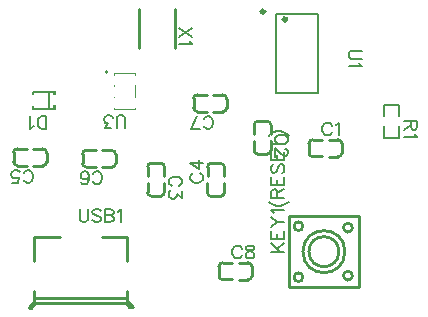
<source format=gto>
G04 Layer: TopSilkscreenLayer*
G04 EasyEDA v6.5.40, 2024-08-11 13:34:47*
G04 cb6e2e9fbd21486d88ae5690d2d3dc00,10*
G04 Gerber Generator version 0.2*
G04 Scale: 100 percent, Rotated: No, Reflected: No *
G04 Dimensions in millimeters *
G04 leading zeros omitted , absolute positions ,4 integer and 5 decimal *
%FSLAX45Y45*%
%MOMM*%

%ADD10C,0.1524*%
%ADD11C,0.2540*%
%ADD12C,0.1520*%
%ADD13C,0.1000*%
%ADD14C,0.3000*%
%ADD15C,0.0170*%

%LPD*%
D10*
X3480815Y12700D02*
G01*
X3402838Y12700D01*
X3387343Y7620D01*
X3376929Y-2794D01*
X3371850Y-18542D01*
X3371850Y-28955D01*
X3376929Y-44450D01*
X3387343Y-54863D01*
X3402838Y-59944D01*
X3480815Y-59944D01*
X3459988Y-94234D02*
G01*
X3465322Y-104647D01*
X3480815Y-120395D01*
X3371850Y-120395D01*
X3227577Y-621792D02*
G01*
X3222243Y-611378D01*
X3211829Y-600963D01*
X3201670Y-595884D01*
X3180841Y-595884D01*
X3170427Y-600963D01*
X3160013Y-611378D01*
X3154679Y-621792D01*
X3149600Y-637539D01*
X3149600Y-663447D01*
X3154679Y-678942D01*
X3160013Y-689355D01*
X3170427Y-699770D01*
X3180841Y-704850D01*
X3201670Y-704850D01*
X3211829Y-699770D01*
X3222243Y-689355D01*
X3227577Y-678942D01*
X3261868Y-616712D02*
G01*
X3272281Y-611378D01*
X3287775Y-595884D01*
X3287775Y-704850D01*
X2832608Y-776478D02*
G01*
X2843022Y-771144D01*
X2853436Y-760729D01*
X2858515Y-750570D01*
X2858515Y-729742D01*
X2853436Y-719328D01*
X2843022Y-708913D01*
X2832608Y-703579D01*
X2816859Y-698500D01*
X2790952Y-698500D01*
X2775458Y-703579D01*
X2765043Y-708913D01*
X2754629Y-719328D01*
X2749550Y-729742D01*
X2749550Y-750570D01*
X2754629Y-760729D01*
X2765043Y-771144D01*
X2775458Y-776478D01*
X2832608Y-815847D02*
G01*
X2837688Y-815847D01*
X2848102Y-821181D01*
X2853436Y-826262D01*
X2858515Y-836676D01*
X2858515Y-857504D01*
X2853436Y-867918D01*
X2848102Y-872997D01*
X2837688Y-878331D01*
X2827274Y-878331D01*
X2816859Y-872997D01*
X2801365Y-862584D01*
X2749550Y-810768D01*
X2749550Y-883412D01*
X1930908Y-1132078D02*
G01*
X1941322Y-1126744D01*
X1951736Y-1116329D01*
X1956815Y-1106170D01*
X1956815Y-1085342D01*
X1951736Y-1074928D01*
X1941322Y-1064513D01*
X1930908Y-1059179D01*
X1915160Y-1054100D01*
X1889252Y-1054100D01*
X1873757Y-1059179D01*
X1863344Y-1064513D01*
X1852929Y-1074928D01*
X1847850Y-1085342D01*
X1847850Y-1106170D01*
X1852929Y-1116329D01*
X1863344Y-1126744D01*
X1873757Y-1132078D01*
X1956815Y-1176781D02*
G01*
X1956815Y-1233931D01*
X1915160Y-1202689D01*
X1915160Y-1218184D01*
X1910079Y-1228597D01*
X1905000Y-1233931D01*
X1889252Y-1239012D01*
X1878837Y-1239012D01*
X1863344Y-1233931D01*
X1852929Y-1223518D01*
X1847850Y-1207770D01*
X1847850Y-1192276D01*
X1852929Y-1176781D01*
X1858010Y-1171447D01*
X1868423Y-1166368D01*
X2056891Y-1026921D02*
G01*
X2046477Y-1032255D01*
X2036063Y-1042670D01*
X2030984Y-1052829D01*
X2030984Y-1073657D01*
X2036063Y-1084071D01*
X2046477Y-1094486D01*
X2056891Y-1099820D01*
X2072640Y-1104900D01*
X2098547Y-1104900D01*
X2114041Y-1099820D01*
X2124456Y-1094486D01*
X2134870Y-1084071D01*
X2139950Y-1073657D01*
X2139950Y-1052829D01*
X2134870Y-1042670D01*
X2124456Y-1032255D01*
X2114041Y-1026921D01*
X2030984Y-940815D02*
G01*
X2103627Y-992631D01*
X2103627Y-914654D01*
X2030984Y-940815D02*
G01*
X2139950Y-940815D01*
X620521Y-1080007D02*
G01*
X625855Y-1090421D01*
X636270Y-1100836D01*
X646429Y-1105915D01*
X667257Y-1105915D01*
X677671Y-1100836D01*
X688086Y-1090421D01*
X693420Y-1080007D01*
X698500Y-1064260D01*
X698500Y-1038352D01*
X693420Y-1022857D01*
X688086Y-1012444D01*
X677671Y-1002029D01*
X667257Y-996950D01*
X646429Y-996950D01*
X636270Y-1002029D01*
X625855Y-1012444D01*
X620521Y-1022857D01*
X524002Y-1105915D02*
G01*
X575818Y-1105915D01*
X581152Y-1059179D01*
X575818Y-1064260D01*
X560323Y-1069594D01*
X544829Y-1069594D01*
X529081Y-1064260D01*
X518668Y-1054100D01*
X513587Y-1038352D01*
X513587Y-1027937D01*
X518668Y-1012444D01*
X529081Y-1002029D01*
X544829Y-996950D01*
X560323Y-996950D01*
X575818Y-1002029D01*
X581152Y-1007110D01*
X586231Y-1017523D01*
X1204721Y-1092707D02*
G01*
X1210055Y-1103121D01*
X1220470Y-1113536D01*
X1230629Y-1118615D01*
X1251457Y-1118615D01*
X1261871Y-1113536D01*
X1272286Y-1103121D01*
X1277620Y-1092707D01*
X1282700Y-1076960D01*
X1282700Y-1051052D01*
X1277620Y-1035557D01*
X1272286Y-1025144D01*
X1261871Y-1014729D01*
X1251457Y-1009650D01*
X1230629Y-1009650D01*
X1220470Y-1014729D01*
X1210055Y-1025144D01*
X1204721Y-1035557D01*
X1108202Y-1103121D02*
G01*
X1113281Y-1113536D01*
X1129029Y-1118615D01*
X1139189Y-1118615D01*
X1154937Y-1113536D01*
X1165352Y-1097787D01*
X1170431Y-1071879D01*
X1170431Y-1045971D01*
X1165352Y-1025144D01*
X1154937Y-1014729D01*
X1139189Y-1009650D01*
X1134110Y-1009650D01*
X1118615Y-1014729D01*
X1108202Y-1025144D01*
X1102868Y-1040637D01*
X1102868Y-1045971D01*
X1108202Y-1061465D01*
X1118615Y-1071879D01*
X1134110Y-1076960D01*
X1139189Y-1076960D01*
X1154937Y-1071879D01*
X1165352Y-1061465D01*
X1170431Y-1045971D01*
X2144522Y-622807D02*
G01*
X2149856Y-633221D01*
X2160270Y-643636D01*
X2170429Y-648715D01*
X2191258Y-648715D01*
X2201672Y-643636D01*
X2212086Y-633221D01*
X2217420Y-622807D01*
X2222500Y-607060D01*
X2222500Y-581152D01*
X2217420Y-565657D01*
X2212086Y-555244D01*
X2201672Y-544829D01*
X2191258Y-539750D01*
X2170429Y-539750D01*
X2160270Y-544829D01*
X2149856Y-555244D01*
X2144522Y-565657D01*
X2037588Y-648715D02*
G01*
X2089404Y-539750D01*
X2110231Y-648715D02*
G01*
X2037588Y-648715D01*
X810298Y-648715D02*
G01*
X810298Y-539750D01*
X810298Y-648715D02*
G01*
X773976Y-648715D01*
X758228Y-643636D01*
X748068Y-633221D01*
X742734Y-622807D01*
X737654Y-607060D01*
X737654Y-581152D01*
X742734Y-565657D01*
X748068Y-555244D01*
X758228Y-544829D01*
X773976Y-539750D01*
X810298Y-539750D01*
X703364Y-627887D02*
G01*
X692950Y-633221D01*
X677202Y-648715D01*
X677202Y-539750D01*
X1479588Y-642391D02*
G01*
X1479588Y-564413D01*
X1474508Y-548919D01*
X1464094Y-538505D01*
X1448346Y-533425D01*
X1437932Y-533425D01*
X1422438Y-538505D01*
X1412024Y-548919D01*
X1406944Y-564413D01*
X1406944Y-642391D01*
X1362240Y-642391D02*
G01*
X1305090Y-642391D01*
X1336078Y-600735D01*
X1320584Y-600735D01*
X1310170Y-595655D01*
X1305090Y-590575D01*
X1299756Y-574827D01*
X1299756Y-564413D01*
X1305090Y-548919D01*
X1315504Y-538505D01*
X1330998Y-533425D01*
X1346492Y-533425D01*
X1362240Y-538505D01*
X1367320Y-543585D01*
X1372654Y-553999D01*
X2045715Y203200D02*
G01*
X1936750Y130555D01*
X2045715Y130555D02*
G01*
X1936750Y203200D01*
X2024888Y96265D02*
G01*
X2030222Y85852D01*
X2045715Y70104D01*
X1936750Y70104D01*
X2716771Y-1689112D02*
G01*
X2825737Y-1689112D01*
X2716771Y-1616468D02*
G01*
X2789415Y-1689112D01*
X2763507Y-1663204D02*
G01*
X2825737Y-1616468D01*
X2716771Y-1582178D02*
G01*
X2825737Y-1582178D01*
X2716771Y-1582178D02*
G01*
X2716771Y-1514614D01*
X2768587Y-1582178D02*
G01*
X2768587Y-1540522D01*
X2825737Y-1582178D02*
G01*
X2825737Y-1514614D01*
X2716771Y-1480324D02*
G01*
X2768587Y-1438668D01*
X2825737Y-1438668D01*
X2716771Y-1397012D02*
G01*
X2768587Y-1438668D01*
X2737599Y-1362722D02*
G01*
X2732265Y-1352562D01*
X2716771Y-1336814D01*
X2825737Y-1336814D01*
X2695943Y-1266202D02*
G01*
X2706357Y-1276616D01*
X2721851Y-1287030D01*
X2742679Y-1297444D01*
X2768587Y-1302524D01*
X2789415Y-1302524D01*
X2815577Y-1297444D01*
X2836151Y-1287030D01*
X2851899Y-1276616D01*
X2862313Y-1266202D01*
X2716771Y-1231912D02*
G01*
X2825737Y-1231912D01*
X2716771Y-1231912D02*
G01*
X2716771Y-1185176D01*
X2721851Y-1169682D01*
X2727185Y-1164348D01*
X2737599Y-1159268D01*
X2748013Y-1159268D01*
X2758427Y-1164348D01*
X2763507Y-1169682D01*
X2768587Y-1185176D01*
X2768587Y-1231912D01*
X2768587Y-1195590D02*
G01*
X2825737Y-1159268D01*
X2716771Y-1124978D02*
G01*
X2825737Y-1124978D01*
X2716771Y-1124978D02*
G01*
X2716771Y-1057414D01*
X2768587Y-1124978D02*
G01*
X2768587Y-1083322D01*
X2825737Y-1124978D02*
G01*
X2825737Y-1057414D01*
X2732265Y-950226D02*
G01*
X2721851Y-960640D01*
X2716771Y-976388D01*
X2716771Y-996962D01*
X2721851Y-1012710D01*
X2732265Y-1023124D01*
X2742679Y-1023124D01*
X2753093Y-1017790D01*
X2758427Y-1012710D01*
X2763507Y-1002296D01*
X2773921Y-971054D01*
X2779001Y-960640D01*
X2784335Y-955560D01*
X2794749Y-950226D01*
X2810243Y-950226D01*
X2820657Y-960640D01*
X2825737Y-976388D01*
X2825737Y-996962D01*
X2820657Y-1012710D01*
X2810243Y-1023124D01*
X2716771Y-915936D02*
G01*
X2825737Y-915936D01*
X2716771Y-915936D02*
G01*
X2716771Y-848372D01*
X2768587Y-915936D02*
G01*
X2768587Y-874534D01*
X2825737Y-915936D02*
G01*
X2825737Y-848372D01*
X2716771Y-777760D02*
G01*
X2825737Y-777760D01*
X2716771Y-814082D02*
G01*
X2716771Y-741438D01*
X2695943Y-707148D02*
G01*
X2706357Y-696734D01*
X2721851Y-686320D01*
X2742679Y-675906D01*
X2768587Y-670826D01*
X2789415Y-670826D01*
X2815577Y-675906D01*
X2836151Y-686320D01*
X2851899Y-696734D01*
X2862313Y-707148D01*
X1093927Y-1329651D02*
G01*
X1093927Y-1407629D01*
X1099007Y-1423123D01*
X1109421Y-1433537D01*
X1125169Y-1438617D01*
X1135583Y-1438617D01*
X1151077Y-1433537D01*
X1161491Y-1423123D01*
X1166571Y-1407629D01*
X1166571Y-1329651D01*
X1273759Y-1345145D02*
G01*
X1263345Y-1334731D01*
X1247597Y-1329651D01*
X1227023Y-1329651D01*
X1211275Y-1334731D01*
X1200861Y-1345145D01*
X1200861Y-1355559D01*
X1206195Y-1365973D01*
X1211275Y-1371307D01*
X1221689Y-1376387D01*
X1252931Y-1386801D01*
X1263345Y-1391881D01*
X1268425Y-1397215D01*
X1273759Y-1407629D01*
X1273759Y-1423123D01*
X1263345Y-1433537D01*
X1247597Y-1438617D01*
X1227023Y-1438617D01*
X1211275Y-1433537D01*
X1200861Y-1423123D01*
X1308049Y-1329651D02*
G01*
X1308049Y-1438617D01*
X1308049Y-1329651D02*
G01*
X1354785Y-1329651D01*
X1370279Y-1334731D01*
X1375613Y-1340065D01*
X1380693Y-1350479D01*
X1380693Y-1360893D01*
X1375613Y-1371307D01*
X1370279Y-1376387D01*
X1354785Y-1381467D01*
X1308049Y-1381467D02*
G01*
X1354785Y-1381467D01*
X1370279Y-1386801D01*
X1375613Y-1391881D01*
X1380693Y-1402295D01*
X1380693Y-1418043D01*
X1375613Y-1428457D01*
X1370279Y-1433537D01*
X1354785Y-1438617D01*
X1308049Y-1438617D01*
X1414983Y-1350479D02*
G01*
X1425397Y-1345145D01*
X1440891Y-1329651D01*
X1440891Y-1438617D01*
X2465577Y-1663192D02*
G01*
X2460243Y-1652778D01*
X2449829Y-1642363D01*
X2439670Y-1637284D01*
X2418841Y-1637284D01*
X2408427Y-1642363D01*
X2398013Y-1652778D01*
X2392679Y-1663192D01*
X2387600Y-1678939D01*
X2387600Y-1704847D01*
X2392679Y-1720342D01*
X2398013Y-1730755D01*
X2408427Y-1741170D01*
X2418841Y-1746250D01*
X2439670Y-1746250D01*
X2449829Y-1741170D01*
X2460243Y-1730755D01*
X2465577Y-1720342D01*
X2525775Y-1637284D02*
G01*
X2510281Y-1642363D01*
X2504947Y-1652778D01*
X2504947Y-1663192D01*
X2510281Y-1673605D01*
X2520695Y-1678939D01*
X2541270Y-1684020D01*
X2557018Y-1689100D01*
X2567431Y-1699513D01*
X2572511Y-1709928D01*
X2572511Y-1725676D01*
X2567431Y-1736089D01*
X2562097Y-1741170D01*
X2546604Y-1746250D01*
X2525775Y-1746250D01*
X2510281Y-1741170D01*
X2504947Y-1736089D01*
X2499868Y-1725676D01*
X2499868Y-1709928D01*
X2504947Y-1699513D01*
X2515361Y-1689100D01*
X2531109Y-1684020D01*
X2551684Y-1678939D01*
X2562097Y-1673605D01*
X2567431Y-1663192D01*
X2567431Y-1652778D01*
X2562097Y-1642363D01*
X2546604Y-1637284D01*
X2525775Y-1637284D01*
X3950715Y-584200D02*
G01*
X3841750Y-584200D01*
X3950715Y-584200D02*
G01*
X3950715Y-630936D01*
X3945636Y-646429D01*
X3940302Y-651763D01*
X3929888Y-656844D01*
X3919474Y-656844D01*
X3909059Y-651763D01*
X3903979Y-646429D01*
X3898900Y-630936D01*
X3898900Y-584200D01*
X3898900Y-620521D02*
G01*
X3841750Y-656844D01*
X3929888Y-691134D02*
G01*
X3935222Y-701547D01*
X3950715Y-717295D01*
X3841750Y-717295D01*
G36*
X864920Y-451408D02*
G01*
X864920Y-486664D01*
X895400Y-486664D01*
X895400Y-451408D01*
G37*
G36*
X864920Y-326136D02*
G01*
X864920Y-361391D01*
X895400Y-361391D01*
X895400Y-326136D01*
G37*
X2756560Y319920D02*
G01*
X3110839Y319920D01*
X3110839Y-345320D01*
X2756560Y-345320D01*
X2756560Y319920D01*
D11*
X3314001Y-772822D02*
G01*
X3314001Y-852825D01*
X3203026Y-741837D02*
G01*
X3283023Y-741837D01*
X3203026Y-883803D02*
G01*
X3283023Y-883803D01*
X3145436Y-741255D02*
G01*
X3065437Y-741255D01*
X3034454Y-772238D02*
G01*
X3034454Y-852236D01*
X3145436Y-883216D02*
G01*
X3065437Y-883216D01*
X2681577Y-862901D02*
G01*
X2601574Y-862901D01*
X2712562Y-751926D02*
G01*
X2712562Y-831923D01*
X2570596Y-751926D02*
G01*
X2570596Y-831923D01*
X2713144Y-694336D02*
G01*
X2713144Y-614337D01*
X2682161Y-583354D02*
G01*
X2602163Y-583354D01*
X2571183Y-694336D02*
G01*
X2571183Y-614337D01*
X1779877Y-1218501D02*
G01*
X1699874Y-1218501D01*
X1810862Y-1107526D02*
G01*
X1810862Y-1187523D01*
X1668896Y-1107526D02*
G01*
X1668896Y-1187523D01*
X1811444Y-1049936D02*
G01*
X1811444Y-969937D01*
X1780461Y-938954D02*
G01*
X1700463Y-938954D01*
X1669483Y-1049936D02*
G01*
X1669483Y-969937D01*
X2207922Y-940498D02*
G01*
X2287925Y-940498D01*
X2176937Y-1051473D02*
G01*
X2176937Y-971476D01*
X2318903Y-1051473D02*
G01*
X2318903Y-971476D01*
X2176355Y-1109063D02*
G01*
X2176355Y-1189062D01*
X2207338Y-1220045D02*
G01*
X2287336Y-1220045D01*
X2318316Y-1109063D02*
G01*
X2318316Y-1189062D01*
X534098Y-928977D02*
G01*
X534098Y-848974D01*
X645073Y-959962D02*
G01*
X565076Y-959962D01*
X645073Y-817996D02*
G01*
X565076Y-817996D01*
X702663Y-960544D02*
G01*
X782662Y-960544D01*
X813645Y-929561D02*
G01*
X813645Y-849563D01*
X702663Y-818583D02*
G01*
X782662Y-818583D01*
X1118298Y-941677D02*
G01*
X1118298Y-861674D01*
X1229273Y-972662D02*
G01*
X1149276Y-972662D01*
X1229273Y-830696D02*
G01*
X1149276Y-830696D01*
X1286863Y-973244D02*
G01*
X1366862Y-973244D01*
X1397845Y-942261D02*
G01*
X1397845Y-862263D01*
X1286863Y-831283D02*
G01*
X1366862Y-831283D01*
X2058098Y-471777D02*
G01*
X2058098Y-391774D01*
X2169073Y-502762D02*
G01*
X2089076Y-502762D01*
X2169073Y-360796D02*
G01*
X2089076Y-360796D01*
X2226663Y-503344D02*
G01*
X2306662Y-503344D01*
X2337645Y-472361D02*
G01*
X2337645Y-392363D01*
X2226663Y-361383D02*
G01*
X2306662Y-361383D01*
D12*
X697275Y-333778D02*
G01*
X697275Y-354401D01*
X697275Y-479021D02*
G01*
X697275Y-459399D01*
D10*
X872520Y-479021D02*
G01*
X697275Y-479021D01*
X872520Y-333778D02*
G01*
X697275Y-333778D01*
X832076Y-479021D02*
G01*
X832076Y-333778D01*
D13*
X1383202Y-189788D02*
G01*
X1383202Y-175193D01*
X1383202Y-284787D02*
G01*
X1383202Y-280619D01*
X1383202Y-379780D02*
G01*
X1383202Y-375615D01*
X1383202Y-485195D02*
G01*
X1383202Y-470611D01*
X1563204Y-189788D02*
G01*
X1563204Y-175193D01*
X1563204Y-379780D02*
G01*
X1563204Y-280616D01*
X1563204Y-485195D02*
G01*
X1563204Y-470608D01*
X1563204Y-485195D02*
G01*
X1383202Y-485195D01*
X1563204Y-175193D02*
G01*
X1383202Y-175193D01*
D11*
X1600200Y38100D02*
G01*
X1600200Y368300D01*
X1905000Y38100D02*
G01*
X1905000Y368300D01*
X2862287Y-1989112D02*
G01*
X2862287Y-1389113D01*
X3462261Y-1989112D02*
G01*
X2862262Y-1989112D01*
X3462286Y-1389113D02*
G01*
X3462286Y-1989112D01*
X2862287Y-1389113D02*
G01*
X3462286Y-1389113D01*
X1503883Y-2118398D02*
G01*
X1542592Y-2160435D01*
X1513230Y-2160435D01*
X1482750Y-2127415D01*
X719988Y-2127415D01*
X684428Y-2165515D01*
X667994Y-2165515D01*
X667994Y-2160435D01*
X703884Y-2118398D01*
X704875Y-1568386D02*
G01*
X929208Y-1568386D01*
X1280540Y-1568386D02*
G01*
X1494873Y-1568386D01*
X704875Y-1568386D02*
G01*
X704875Y-1765287D01*
X704875Y-2021522D02*
G01*
X704875Y-2118398D01*
X1494873Y-1568386D02*
G01*
X1494873Y-1765287D01*
X1494873Y-2021522D02*
G01*
X1494873Y-2118398D01*
X704900Y-2083899D02*
G01*
X1494899Y-2083899D01*
X2552001Y-1814222D02*
G01*
X2552001Y-1894225D01*
X2441026Y-1783237D02*
G01*
X2521023Y-1783237D01*
X2441026Y-1925203D02*
G01*
X2521023Y-1925203D01*
X2383436Y-1782655D02*
G01*
X2303437Y-1782655D01*
X2272454Y-1813638D02*
G01*
X2272454Y-1893636D01*
X2383436Y-1924616D02*
G01*
X2303437Y-1924616D01*
D10*
X3667739Y-626821D02*
G01*
X3667739Y-722708D01*
X3799860Y-722708D01*
X3799860Y-626821D01*
X3667739Y-541578D02*
G01*
X3667739Y-445691D01*
X3799860Y-445691D01*
X3799860Y-541578D01*
D11*
G75*
G01*
X3034449Y-772239D02*
G02*
X3065432Y-741256I30983J0D01*
G75*
G01*
X3065432Y-883222D02*
G02*
X3034449Y-852236I0J30983D01*
G75*
G01*
X3283019Y-741837D02*
G02*
X3314001Y-772823I0J-30983D01*
G75*
G01*
X3314001Y-852820D02*
G02*
X3283019Y-883803I-30982J0D01*
G75*
G01*
X2682161Y-583349D02*
G02*
X2713144Y-614332I0J-30983D01*
G75*
G01*
X2571178Y-614332D02*
G02*
X2602164Y-583349I30983J0D01*
G75*
G01*
X2712563Y-831919D02*
G02*
X2681577Y-862901I-30983J0D01*
G75*
G01*
X2601580Y-862901D02*
G02*
X2570597Y-831919I0J30982D01*
G75*
G01*
X1780461Y-938949D02*
G02*
X1811444Y-969932I0J-30983D01*
G75*
G01*
X1669478Y-969932D02*
G02*
X1700464Y-938949I30983J0D01*
G75*
G01*
X1810863Y-1187519D02*
G02*
X1779877Y-1218501I-30983J0D01*
G75*
G01*
X1699880Y-1218501D02*
G02*
X1668897Y-1187519I0J30982D01*
G75*
G01*
X2207339Y-1220051D02*
G02*
X2176356Y-1189068I0J30983D01*
G75*
G01*
X2318322Y-1189068D02*
G02*
X2287336Y-1220051I-30983J0D01*
G75*
G01*
X2176937Y-971481D02*
G02*
X2207923Y-940499I30983J0D01*
G75*
G01*
X2287920Y-940499D02*
G02*
X2318903Y-971481I0J-30982D01*
G75*
G01*
X813651Y-929561D02*
G02*
X782668Y-960544I-30983J0D01*
G75*
G01*
X782668Y-818578D02*
G02*
X813651Y-849564I0J-30983D01*
G75*
G01*
X565081Y-959963D02*
G02*
X534099Y-928977I0J30983D01*
G75*
G01*
X534099Y-848980D02*
G02*
X565081Y-817997I30982J0D01*
G75*
G01*
X1397851Y-942261D02*
G02*
X1366868Y-973244I-30983J0D01*
G75*
G01*
X1366868Y-831278D02*
G02*
X1397851Y-862264I0J-30983D01*
G75*
G01*
X1149281Y-972663D02*
G02*
X1118299Y-941677I0J30983D01*
G75*
G01*
X1118299Y-861680D02*
G02*
X1149281Y-830697I30982J0D01*
G75*
G01*
X2337651Y-472361D02*
G02*
X2306668Y-503344I-30983J0D01*
G75*
G01*
X2306668Y-361378D02*
G02*
X2337651Y-392364I0J-30983D01*
G75*
G01*
X2089081Y-502763D02*
G02*
X2058099Y-471777I0J30983D01*
G75*
G01*
X2058099Y-391780D02*
G02*
X2089081Y-360797I30982J0D01*
G75*
G01*
X2272449Y-1813639D02*
G02*
X2303432Y-1782656I30983J0D01*
G75*
G01*
X2303432Y-1924622D02*
G02*
X2272449Y-1893636I0J30983D01*
G75*
G01*
X2521019Y-1783237D02*
G02*
X2552001Y-1814223I0J-30983D01*
G75*
G01*
X2552001Y-1894220D02*
G02*
X2521019Y-1925203I-30982J0D01*
D14*
G75*
G01
X2846807Y279806D02*
G03X2846807Y279806I-15011J0D01*
G75*
G01
X2661615Y343230D02*
G03X2661615Y343230I-15011J0D01*
D13*
G75*
G01
X1333513Y-165100D02*
G03X1333513Y-165100I-12700J0D01*
D11*
G75*
G01
X2984487Y-1905013D02*
G03X2984487Y-1905013I-38100J0D01*
G75*
G01
X2984487Y-1473213D02*
G03X2984487Y-1473213I-38100J0D01*
G75*
G01
X3403587Y-1892313D02*
G03X3403587Y-1892313I-38100J0D01*
G75*
G01
X3403587Y-1485913D02*
G03X3403587Y-1485913I-38100J0D01*
G75*
G01
X3340087Y-1689113D02*
G03X3340087Y-1689113I-177800J0D01*
G75*
G01
X3289287Y-1689113D02*
G03X3289287Y-1689113I-127000J0D01*
M02*

</source>
